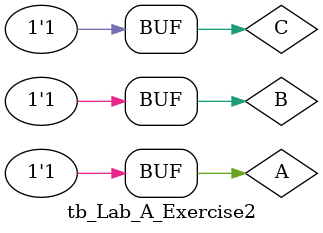
<source format=v>
`timescale 1ns / 1ps


module tb_Lab_A_Exercise2;

	// Inputs
	reg A;
	reg B;
	reg C;

	// Outputs
	wire Y;

	// Instantiate the Unit Under Test (UUT)
	Lab_A_Exercise2 uut (
		.Y(Y), 
		.A(A), 
		.B(B), 
		.C(C)
	);

	initial begin
	
			A = 0;B = 0;C = 0;
		#5 A = 0;B = 0;C = 1;
		#5 A = 0;B = 1;C = 0;
		#5 A = 0;B = 1;C = 1;
		#5 A = 1;B = 0;C = 0;
		#5 A = 1;B = 0;C = 1;
		#5 A = 1;B = 1;C = 0;
		#5 A = 1;B = 1;C = 1;

	end
      
endmodule


</source>
